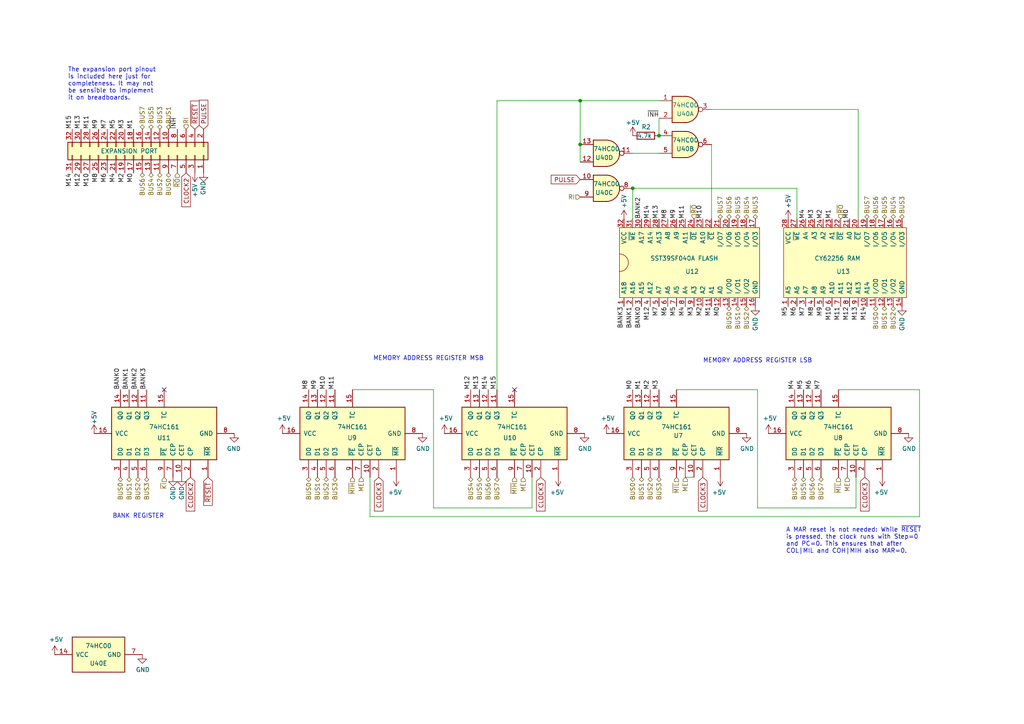
<source format=kicad_sch>
(kicad_sch (version 20211123) (generator eeschema)
  (paper "A4")
  (title_block (title "RAM, ROM and MAR") (date "2022-07-16") (rev "1.6") (comment 2 "creativecommons.org/licenses/by-nc-sa/3.0/deed.en") (comment 3 "License: CC BY-NC-SA 3.0") (comment 4 "Author: Carsten Herting (slu4)"))
  (lib_symbols
    (symbol "74xx:74HC00" (pin_names (offset 1.016))
      (property "Reference" "U" (at 0 1.27 0))
      (property "Value" "74HC00" (at 0 -1.27 0))
      (symbol "74HC00_1_1"
        (arc (start 0 -3.81) (mid 3.81 0) (end 0 3.81) (stroke (width 0.254)) (fill (type background)))
        (polyline (pts (xy 0 3.81) (xy -3.81 3.81) (xy -3.81 -3.81) (xy 0 -3.81)) (stroke (width 0.254)) (fill (type background)))
        (pin input line (at -7.62 2.54 0) (length 3.81) (name "~") (number "1"))
        (pin input line (at -7.62 -2.54 0) (length 3.81) (name "~") (number "2"))
        (pin output inverted (at 7.62 0 180) (length 3.81) (name "~") (number "3"))
      )
      (symbol "74HC00_1_2"
        (arc (start -3.81 -3.81) (mid -2.589 0) (end -3.81 3.81) (stroke (width 0.254)))
        (arc (start -0.6096 -3.81) (mid 2.1842 -2.5851) (end 3.81 0) (stroke (width 0.254)) (fill (type background)))
        (polyline (pts (xy -3.81 -3.81) (xy -0.635 -3.81)) (stroke (width 0.254)) (fill (type background)))
        (polyline (pts (xy -3.81 3.81) (xy -0.635 3.81)) (stroke (width 0.254)) (fill (type background)))
        (polyline (pts (xy -0.635 3.81) (xy -3.81 3.81) (xy -3.81 3.81) (xy -3.556 3.4036) (xy -3.0226 2.2606) (xy -2.6924 1.0414) (xy -2.6162 -0.254) (xy -2.7686 -1.4986) (xy -3.175 -2.7178) (xy -3.81 -3.81) (xy -3.81 -3.81) (xy -0.635 -3.81)) (stroke (width -25.4)) (fill (type background)))
        (arc (start 3.81 0) (mid 2.1915 2.5936) (end -0.6096 3.81) (stroke (width 0.254)) (fill (type background)))
        (pin input inverted (at -7.62 2.54 0) (length 4.318) (name "~") (number "1"))
        (pin input inverted (at -7.62 -2.54 0) (length 4.318) (name "~") (number "2"))
        (pin output line (at 7.62 0 180) (length 3.81) (name "~") (number "3"))
      )
      (symbol "74HC00_2_1"
        (arc (start 0 -3.81) (mid 3.81 0) (end 0 3.81) (stroke (width 0.254)) (fill (type background)))
        (polyline (pts (xy 0 3.81) (xy -3.81 3.81) (xy -3.81 -3.81) (xy 0 -3.81)) (stroke (width 0.254)) (fill (type background)))
        (pin input line (at -7.62 2.54 0) (length 3.81) (name "~") (number "4"))
        (pin input line (at -7.62 -2.54 0) (length 3.81) (name "~") (number "5"))
        (pin output inverted (at 7.62 0 180) (length 3.81) (name "~") (number "6"))
      )
      (symbol "74HC00_2_2"
        (arc (start -3.81 -3.81) (mid -2.589 0) (end -3.81 3.81) (stroke (width 0.254)))
        (arc (start -0.6096 -3.81) (mid 2.1842 -2.5851) (end 3.81 0) (stroke (width 0.254)) (fill (type background)))
        (polyline (pts (xy -3.81 -3.81) (xy -0.635 -3.81)) (stroke (width 0.254)) (fill (type background)))
        (polyline (pts (xy -3.81 3.81) (xy -0.635 3.81)) (stroke (width 0.254)) (fill (type background)))
        (polyline (pts (xy -0.635 3.81) (xy -3.81 3.81) (xy -3.81 3.81) (xy -3.556 3.4036) (xy -3.0226 2.2606) (xy -2.6924 1.0414) (xy -2.6162 -0.254) (xy -2.7686 -1.4986) (xy -3.175 -2.7178) (xy -3.81 -3.81) (xy -3.81 -3.81) (xy -0.635 -3.81)) (stroke (width -25.4)) (fill (type background)))
        (arc (start 3.81 0) (mid 2.1915 2.5936) (end -0.6096 3.81) (stroke (width 0.254)) (fill (type background)))
        (pin input inverted (at -7.62 2.54 0) (length 4.318) (name "~") (number "4"))
        (pin input inverted (at -7.62 -2.54 0) (length 4.318) (name "~") (number "5"))
        (pin output line (at 7.62 0 180) (length 3.81) (name "~") (number "6"))
      )
      (symbol "74HC00_3_1"
        (arc (start 0 -3.81) (mid 3.81 0) (end 0 3.81) (stroke (width 0.254)) (fill (type background)))
        (polyline (pts (xy 0 3.81) (xy -3.81 3.81) (xy -3.81 -3.81) (xy 0 -3.81)) (stroke (width 0.254)) (fill (type background)))
        (pin input line (at -7.62 -2.54 0) (length 3.81) (name "~") (number "10"))
        (pin output inverted (at 7.62 0 180) (length 3.81) (name "~") (number "8"))
        (pin input line (at -7.62 2.54 0) (length 3.81) (name "~") (number "9"))
      )
      (symbol "74HC00_3_2"
        (arc (start -3.81 -3.81) (mid -2.589 0) (end -3.81 3.81) (stroke (width 0.254)))
        (arc (start -0.6096 -3.81) (mid 2.1842 -2.5851) (end 3.81 0) (stroke (width 0.254)) (fill (type background)))
        (polyline (pts (xy -3.81 -3.81) (xy -0.635 -3.81)) (stroke (width 0.254)) (fill (type background)))
        (polyline (pts (xy -3.81 3.81) (xy -0.635 3.81)) (stroke (width 0.254)) (fill (type background)))
        (polyline (pts (xy -0.635 3.81) (xy -3.81 3.81) (xy -3.81 3.81) (xy -3.556 3.4036) (xy -3.0226 2.2606) (xy -2.6924 1.0414) (xy -2.6162 -0.254) (xy -2.7686 -1.4986) (xy -3.175 -2.7178) (xy -3.81 -3.81) (xy -3.81 -3.81) (xy -0.635 -3.81)) (stroke (width -25.4)) (fill (type background)))
        (arc (start 3.81 0) (mid 2.1915 2.5936) (end -0.6096 3.81) (stroke (width 0.254)) (fill (type background)))
        (pin input inverted (at -7.62 -2.54 0) (length 4.318) (name "~") (number "10"))
        (pin output line (at 7.62 0 180) (length 3.81) (name "~") (number "8"))
        (pin input inverted (at -7.62 2.54 0) (length 4.318) (name "~") (number "9"))
      )
      (symbol "74HC00_4_1"
        (arc (start 0 -3.81) (mid 3.81 0) (end 0 3.81) (stroke (width 0.254)) (fill (type background)))
        (polyline (pts (xy 0 3.81) (xy -3.81 3.81) (xy -3.81 -3.81) (xy 0 -3.81)) (stroke (width 0.254)) (fill (type background)))
        (pin output inverted (at 7.62 0 180) (length 3.81) (name "~") (number "11"))
        (pin input line (at -7.62 2.54 0) (length 3.81) (name "~") (number "12"))
        (pin input line (at -7.62 -2.54 0) (length 3.81) (name "~") (number "13"))
      )
      (symbol "74HC00_4_2"
        (arc (start -3.81 -3.81) (mid -2.589 0) (end -3.81 3.81) (stroke (width 0.254)))
        (arc (start -0.6096 -3.81) (mid 2.1842 -2.5851) (end 3.81 0) (stroke (width 0.254)) (fill (type background)))
        (polyline (pts (xy -3.81 -3.81) (xy -0.635 -3.81)) (stroke (width 0.254)) (fill (type background)))
        (polyline (pts (xy -3.81 3.81) (xy -0.635 3.81)) (stroke (width 0.254)) (fill (type background)))
        (polyline (pts (xy -0.635 3.81) (xy -3.81 3.81) (xy -3.81 3.81) (xy -3.556 3.4036) (xy -3.0226 2.2606) (xy -2.6924 1.0414) (xy -2.6162 -0.254) (xy -2.7686 -1.4986) (xy -3.175 -2.7178) (xy -3.81 -3.81) (xy -3.81 -3.81) (xy -0.635 -3.81)) (stroke (width -25.4)) (fill (type background)))
        (arc (start 3.81 0) (mid 2.1915 2.5936) (end -0.6096 3.81) (stroke (width 0.254)) (fill (type background)))
        (pin output line (at 7.62 0 180) (length 3.81) (name "~") (number "11"))
        (pin input inverted (at -7.62 2.54 0) (length 4.318) (name "~") (number "12"))
        (pin input inverted (at -7.62 -2.54 0) (length 4.318) (name "~") (number "13"))
      )
      (symbol "74HC00_5_0"
        (pin power_in line (at 0 12.7 270) (length 5.08) (name "VCC") (number "14"))
        (pin power_in line (at 0 -12.7 90) (length 5.08) (name "GND") (number "7"))
      )
      (symbol "74HC00_5_1"
        (rectangle (start -5.08 7.62) (end 5.08 -7.62) (stroke (width 0.254)) (fill (type background)))
      )
    )
    (symbol "8-Bit CPU 32k:74HC161" (pin_names (offset 1.016))
      (property "Reference" "U" (at -7.62 16.51 0))
      (property "Value" "74HC161" (at -7.62 -16.51 0))
      (symbol "74HC161_1_0"
        (pin input line (at -12.7 -12.7 0) (length 5.08) (name "~{MR}") (number "1"))
        (pin input line (at -12.7 -5.08 0) (length 5.08) (name "CET") (number "10"))
        (pin output line (at 12.7 5.08 180) (length 5.08) (name "Q3") (number "11"))
        (pin output line (at 12.7 7.62 180) (length 5.08) (name "Q2") (number "12"))
        (pin output line (at 12.7 10.16 180) (length 5.08) (name "Q1") (number "13"))
        (pin output line (at 12.7 12.7 180) (length 5.08) (name "Q0") (number "14"))
        (pin output line (at 12.7 0 180) (length 5.08) (name "TC") (number "15"))
        (pin power_in line (at 0 20.32 270) (length 5.08) (name "VCC") (number "16"))
        (pin input line (at -12.7 -7.62 0) (length 5.08) (name "CP") (number "2"))
        (pin input line (at -12.7 12.7 0) (length 5.08) (name "D0") (number "3"))
        (pin input line (at -12.7 10.16 0) (length 5.08) (name "D1") (number "4"))
        (pin input line (at -12.7 7.62 0) (length 5.08) (name "D2") (number "5"))
        (pin input line (at -12.7 5.08 0) (length 5.08) (name "D3") (number "6"))
        (pin input line (at -12.7 -2.54 0) (length 5.08) (name "CEP") (number "7"))
        (pin power_in line (at 0 -20.32 90) (length 5.08) (name "GND") (number "8"))
        (pin input line (at -12.7 0 0) (length 5.08) (name "~{PE}") (number "9"))
      )
      (symbol "74HC161_1_1"
        (rectangle (start -7.62 15.24) (end 7.62 -15.24) (stroke (width 0.254)) (fill (type background)))
      )
    )
    (symbol "8-Bit CPU 32k:CY62256" (pin_names (offset 1.016))
      (property "Reference" "U" (at -8.89 20.32 0))
      (property "Value" "CY62256" (at 5.08 -17.78 0))
      (symbol "CY62256_0_1"
        (rectangle (start -10.16 19.05) (end 10.16 -16.51) (fill (type background)))
      )
      (symbol "CY62256_1_1"
        (pin input line (at -12.7 17.78 0) (length 2.54) (name "A5") (number "1"))
        (pin input line (at -12.7 -5.08 0) (length 2.54) (name "A14") (number "10"))
        (pin bidirectional line (at -12.7 -7.62 0) (length 2.54) (name "I/O0") (number "11"))
        (pin bidirectional line (at -12.7 -10.16 0) (length 2.54) (name "I/O1") (number "12"))
        (pin bidirectional line (at -12.7 -12.7 0) (length 2.54) (name "I/O2") (number "13"))
        (pin power_in line (at -12.7 -15.24 0) (length 2.54) (name "GND") (number "14"))
        (pin bidirectional line (at 12.7 -15.24 180) (length 2.54) (name "I/O3") (number "15"))
        (pin bidirectional line (at 12.7 -12.7 180) (length 2.54) (name "I/O4") (number "16"))
        (pin bidirectional line (at 12.7 -10.16 180) (length 2.54) (name "I/O5") (number "17"))
        (pin bidirectional line (at 12.7 -7.62 180) (length 2.54) (name "I/O6") (number "18"))
        (pin bidirectional line (at 12.7 -5.08 180) (length 2.54) (name "I/O7") (number "19"))
        (pin input line (at -12.7 15.24 0) (length 2.54) (name "A6") (number "2"))
        (pin input line (at 12.7 -2.54 180) (length 2.54) (name "~{CE}") (number "20"))
        (pin input line (at 12.7 0 180) (length 2.54) (name "A0") (number "21"))
        (pin input line (at 12.7 2.54 180) (length 2.54) (name "~{OE}") (number "22"))
        (pin input line (at 12.7 5.08 180) (length 2.54) (name "A1") (number "23"))
        (pin input line (at 12.7 7.62 180) (length 2.54) (name "A2") (number "24"))
        (pin input line (at 12.7 10.16 180) (length 2.54) (name "A3") (number "25"))
        (pin input line (at 12.7 12.7 180) (length 2.54) (name "A4") (number "26"))
        (pin input line (at 12.7 15.24 180) (length 2.54) (name "~{WE}") (number "27"))
        (pin power_in line (at 12.7 17.78 180) (length 2.54) (name "VCC") (number "28"))
        (pin input line (at -12.7 12.7 0) (length 2.54) (name "A7") (number "3"))
        (pin input line (at -12.7 10.16 0) (length 2.54) (name "A8") (number "4"))
        (pin input line (at -12.7 7.62 0) (length 2.54) (name "A9") (number "5"))
        (pin input line (at -12.7 5.08 0) (length 2.54) (name "A10") (number "6"))
        (pin input line (at -12.7 2.54 0) (length 2.54) (name "A11") (number "7"))
        (pin input line (at -12.7 0 0) (length 2.54) (name "A12") (number "8"))
        (pin input line (at -12.7 -2.54 0) (length 2.54) (name "A13") (number "9"))
      )
    )
    (symbol "8-Bit CPU 32k:SST39SF040A" (pin_names (offset 1.016))
      (property "Reference" "U" (at -1.27 2.54 90))
      (property "Value" "SST39SF040A" (at 2.54 2.54 90))
      (symbol "SST39SF040A_0_1"
        (rectangle (start -10.16 24.13) (end 10.16 -16.51) (fill (type background)))
        (arc (start -2.54 24.13) (mid 0 21.59) (end 2.54 24.13))
      )
      (symbol "SST39SF040A_1_1"
        (pin input line (at -12.7 22.86 0) (length 2.54) (name "A18") (number "1"))
        (pin input line (at -12.7 0 0) (length 2.54) (name "A2") (number "10"))
        (pin input line (at -12.7 -2.54 0) (length 2.54) (name "A1") (number "11"))
        (pin input line (at -12.7 -5.08 0) (length 2.54) (name "A0") (number "12"))
        (pin bidirectional line (at -12.7 -7.62 0) (length 2.54) (name "I/O0") (number "13"))
        (pin bidirectional line (at -12.7 -10.16 0) (length 2.54) (name "I/O1") (number "14"))
        (pin bidirectional line (at -12.7 -12.7 0) (length 2.54) (name "I/O2") (number "15"))
        (pin power_in line (at -12.7 -15.24 0) (length 2.54) (name "GND") (number "16"))
        (pin bidirectional line (at 12.7 -15.24 180) (length 2.54) (name "I/O3") (number "17"))
        (pin bidirectional line (at 12.7 -12.7 180) (length 2.54) (name "I/O4") (number "18"))
        (pin bidirectional line (at 12.7 -10.16 180) (length 2.54) (name "I/O5") (number "19"))
        (pin input line (at -12.7 20.32 0) (length 2.54) (name "A16") (number "2"))
        (pin bidirectional line (at 12.7 -7.62 180) (length 2.54) (name "I/O6") (number "20"))
        (pin bidirectional line (at 12.7 -5.08 180) (length 2.54) (name "I/O7") (number "21"))
        (pin input line (at 12.7 -2.54 180) (length 2.54) (name "~{CE}") (number "22"))
        (pin input line (at 12.7 0 180) (length 2.54) (name "A10") (number "23"))
        (pin input line (at 12.7 2.54 180) (length 2.54) (name "~{OE}") (number "24"))
        (pin input line (at 12.7 5.08 180) (length 2.54) (name "A11") (number "25"))
        (pin input line (at 12.7 7.62 180) (length 2.54) (name "A9") (number "26"))
        (pin input line (at 12.7 10.16 180) (length 2.54) (name "A8") (number "27"))
        (pin input line (at 12.7 12.7 180) (length 2.54) (name "A13") (number "28"))
        (pin input line (at 12.7 15.24 180) (length 2.54) (name "A14") (number "29"))
        (pin input line (at -12.7 17.78 0) (length 2.54) (name "A15") (number "3"))
        (pin input line (at 12.7 17.78 180) (length 2.54) (name "A17") (number "30"))
        (pin input line (at 12.7 20.32 180) (length 2.54) (name "~{WE}") (number "31"))
        (pin power_in line (at 12.7 22.86 180) (length 2.54) (name "VCC") (number "32"))
        (pin input line (at -12.7 15.24 0) (length 2.54) (name "A12") (number "4"))
        (pin input line (at -12.7 12.7 0) (length 2.54) (name "A7") (number "5"))
        (pin input line (at -12.7 10.16 0) (length 2.54) (name "A6") (number "6"))
        (pin input line (at -12.7 7.62 0) (length 2.54) (name "A5") (number "7"))
        (pin input line (at -12.7 5.08 0) (length 2.54) (name "A4") (number "8"))
        (pin input line (at -12.7 2.54 0) (length 2.54) (name "A3") (number "9"))
      )
    )
    (symbol "Connector_Generic:Conn_02x16_Odd_Even" (pin_names (offset 1.016) hide)
      (property "Reference" "J" (at 1.27 20.32 0))
      (property "Value" "Conn_02x16_Odd_Even" (at 1.27 -22.86 0))
      (symbol "Conn_02x16_Odd_Even_1_1"
        (rectangle (start -1.27 -20.193) (end 0 -20.447) (stroke (width 0.1524)))
        (rectangle (start -1.27 -17.653) (end 0 -17.907) (stroke (width 0.1524)))
        (rectangle (start -1.27 -15.113) (end 0 -15.367) (stroke (width 0.1524)))
        (rectangle (start -1.27 -12.573) (end 0 -12.827) (stroke (width 0.1524)))
        (rectangle (start -1.27 -10.033) (end 0 -10.287) (stroke (width 0.1524)))
        (rectangle (start -1.27 -7.493) (end 0 -7.747) (stroke (width 0.1524)))
        (rectangle (start -1.27 -4.953) (end 0 -5.207) (stroke (width 0.1524)))
        (rectangle (start -1.27 -2.413) (end 0 -2.667) (stroke (width 0.1524)))
        (rectangle (start -1.27 0.127) (end 0 -0.127) (stroke (width 0.1524)))
        (rectangle (start -1.27 2.667) (end 0 2.413) (stroke (width 0.1524)))
        (rectangle (start -1.27 5.207) (end 0 4.953) (stroke (width 0.1524)))
        (rectangle (start -1.27 7.747) (end 0 7.493) (stroke (width 0.1524)))
        (rectangle (start -1.27 10.287) (end 0 10.033) (stroke (width 0.1524)))
        (rectangle (start -1.27 12.827) (end 0 12.573) (stroke (width 0.1524)))
        (rectangle (start -1.27 15.367) (end 0 15.113) (stroke (width 0.1524)))
        (rectangle (start -1.27 17.907) (end 0 17.653) (stroke (width 0.1524)))
        (rectangle (start -1.27 19.05) (end 3.81 -21.59) (stroke (width 0.254)) (fill (type background)))
        (rectangle (start 3.81 -20.193) (end 2.54 -20.447) (stroke (width 0.1524)))
        (rectangle (start 3.81 -17.653) (end 2.54 -17.907) (stroke (width 0.1524)))
        (rectangle (start 3.81 -15.113) (end 2.54 -15.367) (stroke (width 0.1524)))
        (rectangle (start 3.81 -12.573) (end 2.54 -12.827) (stroke (width 0.1524)))
        (rectangle (start 3.81 -10.033) (end 2.54 -10.287) (stroke (width 0.1524)))
        (rectangle (start 3.81 -7.493) (end 2.54 -7.747) (stroke (width 0.1524)))
        (rectangle (start 3.81 -4.953) (end 2.54 -5.207) (stroke (width 0.1524)))
        (rectangle (start 3.81 -2.413) (end 2.54 -2.667) (stroke (width 0.1524)))
        (rectangle (start 3.81 0.127) (end 2.54 -0.127) (stroke (width 0.1524)))
        (rectangle (start 3.81 2.667) (end 2.54 2.413) (stroke (width 0.1524)))
        (rectangle (start 3.81 5.207) (end 2.54 4.953) (stroke (width 0.1524)))
        (rectangle (start 3.81 7.747) (end 2.54 7.493) (stroke (width 0.1524)))
        (rectangle (start 3.81 10.287) (end 2.54 10.033) (stroke (width 0.1524)))
        (rectangle (start 3.81 12.827) (end 2.54 12.573) (stroke (width 0.1524)))
        (rectangle (start 3.81 15.367) (end 2.54 15.113) (stroke (width 0.1524)))
        (rectangle (start 3.81 17.907) (end 2.54 17.653) (stroke (width 0.1524)))
        (pin passive line (at -5.08 17.78 0) (length 3.81) (name "Pin_1") (number "1"))
        (pin passive line (at 7.62 7.62 180) (length 3.81) (name "Pin_10") (number "10"))
        (pin passive line (at -5.08 5.08 0) (length 3.81) (name "Pin_11") (number "11"))
        (pin passive line (at 7.62 5.08 180) (length 3.81) (name "Pin_12") (number "12"))
        (pin passive line (at -5.08 2.54 0) (length 3.81) (name "Pin_13") (number "13"))
        (pin passive line (at 7.62 2.54 180) (length 3.81) (name "Pin_14") (number "14"))
        (pin passive line (at -5.08 0 0) (length 3.81) (name "Pin_15") (number "15"))
        (pin passive line (at 7.62 0 180) (length 3.81) (name "Pin_16") (number "16"))
        (pin passive line (at -5.08 -2.54 0) (length 3.81) (name "Pin_17") (number "17"))
        (pin passive line (at 7.62 -2.54 180) (length 3.81) (name "Pin_18") (number "18"))
        (pin passive line (at -5.08 -5.08 0) (length 3.81) (name "Pin_19") (number "19"))
        (pin passive line (at 7.62 17.78 180) (length 3.81) (name "Pin_2") (number "2"))
        (pin passive line (at 7.62 -5.08 180) (length 3.81) (name "Pin_20") (number "20"))
        (pin passive line (at -5.08 -7.62 0) (length 3.81) (name "Pin_21") (number "21"))
        (pin passive line (at 7.62 -7.62 180) (length 3.81) (name "Pin_22") (number "22"))
        (pin passive line (at -5.08 -10.16 0) (length 3.81) (name "Pin_23") (number "23"))
        (pin passive line (at 7.62 -10.16 180) (length 3.81) (name "Pin_24") (number "24"))
        (pin passive line (at -5.08 -12.7 0) (length 3.81) (name "Pin_25") (number "25"))
        (pin passive line (at 7.62 -12.7 180) (length 3.81) (name "Pin_26") (number "26"))
        (pin passive line (at -5.08 -15.24 0) (length 3.81) (name "Pin_27") (number "27"))
        (pin passive line (at 7.62 -15.24 180) (length 3.81) (name "Pin_28") (number "28"))
        (pin passive line (at -5.08 -17.78 0) (length 3.81) (name "Pin_29") (number "29"))
        (pin passive line (at -5.08 15.24 0) (length 3.81) (name "Pin_3") (number "3"))
        (pin passive line (at 7.62 -17.78 180) (length 3.81) (name "Pin_30") (number "30"))
        (pin passive line (at -5.08 -20.32 0) (length 3.81) (name "Pin_31") (number "31"))
        (pin passive line (at 7.62 -20.32 180) (length 3.81) (name "Pin_32") (number "32"))
        (pin passive line (at 7.62 15.24 180) (length 3.81) (name "Pin_4") (number "4"))
        (pin passive line (at -5.08 12.7 0) (length 3.81) (name "Pin_5") (number "5"))
        (pin passive line (at 7.62 12.7 180) (length 3.81) (name "Pin_6") (number "6"))
        (pin passive line (at -5.08 10.16 0) (length 3.81) (name "Pin_7") (number "7"))
        (pin passive line (at 7.62 10.16 180) (length 3.81) (name "Pin_8") (number "8"))
        (pin passive line (at -5.08 7.62 0) (length 3.81) (name "Pin_9") (number "9"))
      )
    )
    (symbol "Device:R" (pin_numbers hide) (pin_names (offset 0))
      (property "Reference" "R" (at 2.032 0 90))
      (property "Value" "R" (at 0 0 90))
      (symbol "R_0_1"
        (rectangle (start -1.016 -2.54) (end 1.016 2.54) (stroke (width 0.254)))
      )
      (symbol "R_1_1"
        (pin passive line (at 0 3.81 270) (length 1.27) (name "~") (number "1"))
        (pin passive line (at 0 -3.81 90) (length 1.27) (name "~") (number "2"))
      )
    )
    (symbol "power:+5V" (power) (pin_names (offset 0))
      (property "Value" "+5V" (at 0 3.556 0))
      (symbol "+5V_0_1"
        (polyline (pts (xy -0.762 1.27) (xy 0 2.54)))
        (polyline (pts (xy 0 0) (xy 0 2.54)))
        (polyline (pts (xy 0 2.54) (xy 0.762 1.27)))
      )
      (symbol "+5V_1_1"
        (pin power_in line (at 0 0 90) (length 0) hide (name "+5V") (number "1"))
      )
    )
    (symbol "power:GND" (power) (pin_names (offset 0))
      (property "Value" "GND" (at 0 -3.81 0))
      (symbol "GND_0_1"
        (polyline (pts (xy 0 0) (xy 0 -1.27) (xy 1.27 -1.27) (xy 0 -2.54) (xy -1.27 -1.27) (xy 0 -1.27)))
      )
      (symbol "GND_1_1"
        (pin power_in line (at 0 0 270) (length 0) hide (name "GND") (number "1"))
      )
    )
  )
  (junction (at 183.515 54.61))
  (junction (at 191.135 39.37))
  (junction (at 168.275 29.21))
  (junction (at 168.275 41.91))
  (no_connect (at 47.625 113.03))
  (no_connect (at 149.225 113.03))
  (wire (pts (xy 196.215 113.03) (xy 219.71 113.03)))
  (wire (pts (xy 206.375 41.91) (xy 206.375 63.5)))
  (wire (pts (xy 248.92 63.5) (xy 248.92 31.75)))
  (wire (pts (xy 219.71 147.32) (xy 248.285 147.32)))
  (wire (pts (xy 191.135 29.21) (xy 168.275 29.21)))
  (wire (pts (xy 154.305 147.32) (xy 154.305 138.43)))
  (wire (pts (xy 191.135 34.29) (xy 191.135 39.37)))
  (wire (pts (xy 201.295 138.43) (xy 198.755 138.43)))
  (wire (pts (xy 183.515 44.45) (xy 191.135 44.45)))
  (wire (pts (xy 107.315 149.86) (xy 266.7 149.86)))
  (wire (pts (xy 107.315 138.43) (xy 107.315 149.86)))
  (wire (pts (xy 248.285 147.32) (xy 248.285 138.43)))
  (wire (pts (xy 168.275 29.21) (xy 144.145 29.21)))
  (wire (pts (xy 231.14 54.61) (xy 231.14 63.5)))
  (wire (pts (xy 219.71 113.03) (xy 219.71 147.32)))
  (wire (pts (xy 168.275 29.21) (xy 168.275 41.91)))
  (wire (pts (xy 125.73 113.03) (xy 125.73 147.32)))
  (wire (pts (xy 266.7 149.86) (xy 266.7 113.03)))
  (wire (pts (xy 206.375 31.75) (xy 248.92 31.75)))
  (wire (pts (xy 183.515 54.61) (xy 183.515 63.5)))
  (wire (pts (xy 102.235 113.03) (xy 125.73 113.03)))
  (wire (pts (xy 168.275 46.99) (xy 168.275 41.91)))
  (wire (pts (xy 144.145 29.21) (xy 144.145 113.03)))
  (wire (pts (xy 266.7 113.03) (xy 243.205 113.03)))
  (wire (pts (xy 125.73 147.32) (xy 154.305 147.32)))
  (wire (pts (xy 183.515 54.61) (xy 231.14 54.61)))
  (text "MEMORY ADDRESS REGISTER MSB" (at 140.335 104.775 180) (effects (font (size 1.27 1.27)) (justify right bottom)))
  (text "A MAR reset is not needed: While ~{RESET}\nis pressed, the clock runs with Step=0\nand PC=0. This ensures that after\nCOL|MIL and COH|MIH also MAR=0." (at 227.965 160.655 0) (effects (font (size 1.27 1.27)) (justify left bottom)))
  (text "MEMORY ADDRESS REGISTER LSB" (at 235.585 105.41 180) (effects (font (size 1.27 1.27)) (justify right bottom)))
  (text "BANK REGISTER" (at 47.625 150.495 180) (effects (font (size 1.27 1.27)) (justify right bottom)))
  (text "The expansion port pinout\nis included here just for\ncompleteness. It may not\nbe sensible to implement\nit on breadboards." (at 19.685 29.21 0) (effects (font (size 1.27 1.27)) (justify left bottom)))
  (label "M12" (at 136.525 113.03 90))
  (label "M9" (at 92.075 113.03 90))
  (label "M12" (at 246.38 88.9 270))
  (label "M11" (at 243.84 88.9 270))
  (label "M5" (at 196.215 88.9 270))
  (label "M0" (at 183.515 113.03 90))
  (label "BANK2" (at 186.055 63.5 90))
  (label "M13" (at 23.495 37.465 90))
  (label "M12" (at 188.595 88.9 270))
  (label "M8" (at 236.22 88.9 270))
  (label "M11" (at 26.035 37.465 90))
  (label "M3" (at 36.195 37.465 90))
  (label "M4" (at 33.655 50.165 270))
  (label "M1" (at 186.055 113.03 90))
  (label "M9" (at 238.76 88.9 270))
  (label "~{INH}" (at 191.135 34.29 180))
  (label "BANK0" (at 186.055 88.9 270))
  (label "M6" (at 193.675 88.9 270))
  (label "M8" (at 89.535 113.03 90))
  (label "M6" (at 235.585 113.03 90))
  (label "M6" (at 31.115 50.165 270))
  (label "M1" (at 206.375 88.9 270))
  (label "M7" (at 233.68 88.9 270))
  (label "BANK3" (at 42.545 113.03 90))
  (label "BANK1" (at 37.465 113.03 90))
  (label "M3" (at 191.135 113.03 90))
  (label "M15" (at 20.955 37.465 90))
  (label "BANK3" (at 180.975 88.9 270))
  (label "M14" (at 188.595 63.5 90))
  (label "M3" (at 236.22 63.5 90))
  (label "M0" (at 246.38 63.5 90))
  (label "M7" (at 31.115 37.465 90))
  (label "M8" (at 193.675 63.5 90))
  (label "M9" (at 28.575 37.465 90))
  (label "M2" (at 36.195 50.165 270))
  (label "M2" (at 238.76 63.5 90))
  (label "M4" (at 233.68 63.5 90))
  (label "M12" (at 23.495 50.165 270))
  (label "M13" (at 139.065 113.03 90))
  (label "M5" (at 233.045 113.03 90))
  (label "M5" (at 33.655 37.465 90))
  (label "M1" (at 241.3 63.5 90))
  (label "M0" (at 208.915 88.9 270))
  (label "M13" (at 191.135 63.5 90))
  (label "M10" (at 94.615 113.03 90))
  (label "M2" (at 203.835 88.9 270))
  (label "M9" (at 196.215 63.5 90))
  (label "M11" (at 97.155 113.03 90))
  (label "M5" (at 228.6 88.9 270))
  (label "BANK1" (at 183.515 88.9 270))
  (label "BANK2" (at 40.005 113.03 90))
  (label "M3" (at 201.295 88.9 270))
  (label "M10" (at 241.3 88.9 270))
  (label "M10" (at 26.035 50.165 270))
  (label "M4" (at 230.505 113.03 90))
  (label "BANK0" (at 34.925 113.03 90))
  (label "M14" (at 20.955 50.165 270))
  (label "M6" (at 231.14 88.9 270))
  (label "M1" (at 38.735 37.465 90))
  (label "M4" (at 198.755 88.9 270))
  (label "M7" (at 191.135 88.9 270))
  (label "M2" (at 188.595 113.03 90))
  (label "~{INH}" (at 51.435 37.465 90))
  (label "M7" (at 238.125 113.03 90))
  (label "M13" (at 248.92 88.9 270))
  (label "M15" (at 144.145 113.03 90))
  (label "M14" (at 251.46 88.9 270))
  (label "M14" (at 141.605 113.03 90))
  (label "M0" (at 38.735 50.165 270))
  (label "M11" (at 198.755 63.5 90))
  (label "M8" (at 28.575 50.165 270))
  (label "M10" (at 203.835 63.5 90))
  (global_label "CLOCK2" (shape input) (at 53.975 50.165 270) (property "Intersheet References" "${INTERSHEET_REFS}" (effects hide)))
  (global_label "CLOCK3" (shape input) (at 156.845 138.43 270) (property "Intersheet References" "${INTERSHEET_REFS}" (effects hide)))
  (global_label "PULSE" (shape input) (at 59.055 37.465 90) (property "Intersheet References" "${INTERSHEET_REFS}" (effects hide)))
  (global_label "PULSE" (shape input) (at 168.275 52.07 180) (property "Intersheet References" "${INTERSHEET_REFS}" (effects hide)))
  (global_label "~{RESET}" (shape input) (at 60.325 138.43 270) (property "Intersheet References" "${INTERSHEET_REFS}" (effects hide)))
  (global_label "CLOCK3" (shape input) (at 203.835 138.43 270) (property "Intersheet References" "${INTERSHEET_REFS}" (effects hide)))
  (global_label "CLOCK2" (shape input) (at 55.245 138.43 270) (property "Intersheet References" "${INTERSHEET_REFS}" (effects hide)))
  (global_label "~{RESET}" (shape input) (at 56.515 37.465 90) (property "Intersheet References" "${INTERSHEET_REFS}" (effects hide)))
  (global_label "CLOCK3" (shape input) (at 250.825 138.43 270) (property "Intersheet References" "${INTERSHEET_REFS}" (effects hide)))
  (global_label "CLOCK3" (shape input) (at 109.855 138.43 270) (property "Intersheet References" "${INTERSHEET_REFS}" (effects hide)))
  (hierarchical_label "BUS7" (shape bidirectional) (at 208.915 63.5 90))
  (hierarchical_label "BUS1" (shape bidirectional) (at 186.055 138.43 270))
  (hierarchical_label "BUS6" (shape bidirectional) (at 235.585 138.43 270))
  (hierarchical_label "BUS0" (shape bidirectional) (at 34.925 138.43 270))
  (hierarchical_label "BUS5" (shape bidirectional) (at 256.54 63.5 90))
  (hierarchical_label "BUS3" (shape bidirectional) (at 46.355 37.465 90))
  (hierarchical_label "~{KI}" (shape input) (at 47.625 138.43 270))
  (hierarchical_label "BUS1" (shape bidirectional) (at 213.995 88.9 270))
  (hierarchical_label "BUS7" (shape bidirectional) (at 251.46 63.5 90))
  (hierarchical_label "RI" (shape input) (at 53.975 37.465 90))
  (hierarchical_label "BUS3" (shape bidirectional) (at 261.62 63.5 90))
  (hierarchical_label "BUS4" (shape bidirectional) (at 259.08 63.5 90))
  (hierarchical_label "BUS2" (shape bidirectional) (at 188.595 138.43 270))
  (hierarchical_label "BUS0" (shape bidirectional) (at 89.535 138.43 270))
  (hierarchical_label "BUS2" (shape bidirectional) (at 46.355 50.165 270))
  (hierarchical_label "BUS4" (shape bidirectional) (at 216.535 63.5 90))
  (hierarchical_label "BUS6" (shape bidirectional) (at 254 63.5 90))
  (hierarchical_label "~{RO}" (shape input) (at 201.295 63.5 90))
  (hierarchical_label "~{MIL}" (shape input) (at 243.205 138.43 270))
  (hierarchical_label "BUS5" (shape bidirectional) (at 139.065 138.43 270))
  (hierarchical_label "BUS4" (shape bidirectional) (at 43.815 50.165 270))
  (hierarchical_label "BUS2" (shape bidirectional) (at 216.535 88.9 270))
  (hierarchical_label "BUS1" (shape bidirectional) (at 92.075 138.43 270))
  (hierarchical_label "BUS0" (shape bidirectional) (at 183.515 138.43 270))
  (hierarchical_label "RI" (shape input) (at 168.275 57.15 180))
  (hierarchical_label "BUS3" (shape bidirectional) (at 42.545 138.43 270))
  (hierarchical_label "BUS2" (shape bidirectional) (at 259.08 88.9 270))
  (hierarchical_label "ME" (shape input) (at 198.755 138.43 270))
  (hierarchical_label "BUS7" (shape bidirectional) (at 238.125 138.43 270))
  (hierarchical_label "~{MIL}" (shape input) (at 196.215 138.43 270))
  (hierarchical_label "ME" (shape input) (at 151.765 138.43 270))
  (hierarchical_label "BUS1" (shape bidirectional) (at 48.895 37.465 90))
  (hierarchical_label "BUS0" (shape bidirectional) (at 254 88.9 270))
  (hierarchical_label "BUS4" (shape bidirectional) (at 230.505 138.43 270))
  (hierarchical_label "BUS7" (shape bidirectional) (at 144.145 138.43 270))
  (hierarchical_label "BUS1" (shape bidirectional) (at 37.465 138.43 270))
  (hierarchical_label "BUS3" (shape bidirectional) (at 191.135 138.43 270))
  (hierarchical_label "ME" (shape input) (at 245.745 138.43 270))
  (hierarchical_label "BUS4" (shape bidirectional) (at 136.525 138.43 270))
  (hierarchical_label "~{MIH}" (shape input) (at 102.235 138.43 270))
  (hierarchical_label "~{RO}" (shape input) (at 51.435 50.165 270))
  (hierarchical_label "~{MIH}" (shape input) (at 149.225 138.43 270))
  (hierarchical_label "BUS3" (shape bidirectional) (at 97.155 138.43 270))
  (hierarchical_label "BUS2" (shape bidirectional) (at 40.005 138.43 270))
  (hierarchical_label "BUS3" (shape bidirectional) (at 219.075 63.5 90))
  (hierarchical_label "BUS0" (shape bidirectional) (at 211.455 88.9 270))
  (hierarchical_label "BUS6" (shape bidirectional) (at 211.455 63.5 90))
  (hierarchical_label "BUS5" (shape bidirectional) (at 213.995 63.5 90))
  (hierarchical_label "BUS2" (shape bidirectional) (at 94.615 138.43 270))
  (hierarchical_label "BUS0" (shape bidirectional) (at 48.895 50.165 270))
  (hierarchical_label "~{RO}" (shape input) (at 243.84 63.5 90))
  (hierarchical_label "BUS5" (shape bidirectional) (at 233.045 138.43 270))
  (hierarchical_label "BUS6" (shape bidirectional) (at 141.605 138.43 270))
  (hierarchical_label "BUS1" (shape bidirectional) (at 256.54 88.9 270))
  (hierarchical_label "BUS6" (shape bidirectional) (at 41.275 50.165 270))
  (hierarchical_label "ME" (shape input) (at 104.775 138.43 270))
  (hierarchical_label "BUS5" (shape bidirectional) (at 43.815 37.465 90))
  (hierarchical_label "BUS7" (shape bidirectional) (at 41.275 37.465 90))
  (symbol (lib_id "8-Bit CPU 32k:CY62256") (at 246.38 76.2 90) (unit 1)
    (property "Reference" "U13" (at 242.57 78.74 90) (effects (justify right)))
    (property "Value" "CY62256 RAM" (at 236.22 74.93 90) (effects (justify right)))
    (property "Footprint" "Package_DIP:DIP-28_W15.24mm" (effects hide))
  )
  (symbol (lib_id "power:+5V") (at 222.885 125.73 0) (unit 1)
    (property "Reference" "#PWR0109" (effects hide))
    (property "Value" "+5V" (at 223.266 121.3358 0))
  )
  (symbol (lib_id "power:GND") (at 263.525 125.73 0) (unit 1)
    (property "Reference" "#PWR0105" (effects hide))
    (property "Value" "GND" (at 263.652 130.1242 0))
  )
  (symbol (lib_id "power:GND") (at 216.535 125.73 0) (unit 1)
    (property "Reference" "#PWR0110" (effects hide))
    (property "Value" "GND" (at 216.662 130.1242 0))
  )
  (symbol (lib_id "power:+5V") (at 175.895 125.73 0) (unit 1)
    (property "Reference" "#PWR0114" (effects hide))
    (property "Value" "+5V" (at 176.276 121.3358 0))
  )
  (symbol (lib_id "power:+5V") (at 128.905 125.73 0) (unit 1)
    (property "Reference" "#PWR096" (effects hide))
    (property "Value" "+5V" (at 129.286 121.3358 0))
  )
  (symbol (lib_id "power:GND") (at 169.545 125.73 0) (unit 1)
    (property "Reference" "#PWR094" (effects hide))
    (property "Value" "GND" (at 169.672 130.1242 0))
  )
  (symbol (lib_id "power:GND") (at 122.555 125.73 0) (unit 1)
    (property "Reference" "#PWR097" (effects hide))
    (property "Value" "GND" (at 122.682 130.1242 0))
  )
  (symbol (lib_id "power:+5V") (at 81.915 125.73 0) (unit 1)
    (property "Reference" "#PWR0101" (effects hide))
    (property "Value" "+5V" (at 82.296 121.3358 0))
  )
  (symbol (lib_id "8-Bit CPU 32k:74HC161") (at 149.225 125.73 90) (unit 1)
    (property "Reference" "U10" (at 149.86 127 90) (effects (justify left)))
    (property "Value" "74HC161" (at 153.035 123.825 90) (effects (justify left)))
    (property "Footprint" "Package_DIP:DIP-16_W7.62mm" (effects hide))
    (property "Datasheet" "http://www.ti.com/lit/gpn/sn74LS161" (effects hide))
  )
  (symbol (lib_id "8-Bit CPU 32k:74HC161") (at 102.235 125.73 90) (unit 1)
    (property "Reference" "U9" (at 103.505 127 90) (effects (justify left)))
    (property "Value" "74HC161" (at 106.68 123.825 90) (effects (justify left)))
    (property "Footprint" "Package_DIP:DIP-16_W7.62mm" (effects hide))
    (property "Datasheet" "http://www.ti.com/lit/gpn/sn74LS161" (effects hide))
  )
  (symbol (lib_id "8-Bit CPU 32k:74HC161") (at 243.205 125.73 90) (unit 1)
    (property "Reference" "U8" (at 244.475 127 90) (effects (justify left)))
    (property "Value" "74HC161" (at 247.65 123.825 90) (effects (justify left)))
    (property "Footprint" "Package_DIP:DIP-16_W7.62mm" (effects hide))
    (property "Datasheet" "http://www.ti.com/lit/gpn/sn74LS161" (effects hide))
  )
  (symbol (lib_id "8-Bit CPU 32k:74HC161") (at 196.215 125.73 90) (unit 1)
    (property "Reference" "U7" (at 198.12 126.365 90) (effects (justify left)))
    (property "Value" "74HC161" (at 200.66 123.825 90) (effects (justify left)))
    (property "Footprint" "Package_DIP:DIP-16_W7.62mm" (effects hide))
    (property "Datasheet" "http://www.ti.com/lit/gpn/sn74LS161" (effects hide))
  )
  (symbol (lib_id "power:GND") (at 261.62 88.9 0) (unit 1)
    (property "Reference" "#PWR0113" (effects hide))
    (property "Value" "GND" (at 261.62 93.98 90))
  )
  (symbol (lib_id "power:+5V") (at 228.6 63.5 0) (unit 1)
    (property "Reference" "#PWR0111" (effects hide))
    (property "Value" "+5V" (at 228.6 58.42 90))
  )
  (symbol (lib_id "power:+5V") (at 180.975 63.5 0) (unit 1)
    (property "Reference" "#PWR0104" (effects hide))
    (property "Value" "+5V" (at 180.975 58.42 90))
  )
  (symbol (lib_id "power:GND") (at 219.075 88.9 0) (unit 1)
    (property "Reference" "#PWR0108" (effects hide))
    (property "Value" "GND" (at 219.075 93.98 90))
  )
  (symbol (lib_id "power:+5V") (at 114.935 138.43 180) (unit 1)
    (property "Reference" "#PWR098" (effects hide))
    (property "Value" "+5V" (at 114.554 142.8242 0))
  )
  (symbol (lib_id "power:+5V") (at 161.925 138.43 180) (unit 1)
    (property "Reference" "#PWR095" (effects hide))
    (property "Value" "+5V" (at 161.544 142.8242 0))
  )
  (symbol (lib_id "power:+5V") (at 255.905 138.43 180) (unit 1)
    (property "Reference" "#PWR0106" (effects hide))
    (property "Value" "+5V" (at 255.524 142.8242 0))
  )
  (symbol (lib_id "power:+5V") (at 208.915 138.43 180) (unit 1)
    (property "Reference" "#PWR0112" (effects hide))
    (property "Value" "+5V" (at 208.534 142.8242 0))
  )
  (symbol (lib_id "8-Bit CPU 32k:SST39SF040A") (at 203.835 76.2 90) (unit 1)
    (property "Reference" "U12" (at 198.755 78.74 90) (effects (justify right)))
    (property "Value" "SST39SF040A FLASH" (at 188.595 74.93 90) (effects (justify right)))
    (property "Footprint" "Package_DIP:DIP-32_W15.24mm_Socket" (effects hide))
  )
  (symbol (lib_id "power:GND") (at 50.165 138.43 0) (mirror y) (unit 1)
    (property "Reference" "#PWR0103" (effects hide))
    (property "Value" "GND" (at 50.165 140.97 90) (effects (justify right)))
  )
  (symbol (lib_id "power:GND") (at 67.945 125.73 0) (mirror y) (unit 1)
    (property "Reference" "#PWR099" (effects hide))
    (property "Value" "GND" (at 67.818 130.1242 0))
  )
  (symbol (lib_id "power:+5V") (at 27.305 125.73 0) (mirror y) (unit 1)
    (property "Reference" "#PWR0107" (effects hide))
    (property "Value" "+5V" (at 27.305 123.19 90) (effects (justify left)))
  )
  (symbol (lib_id "power:GND") (at 52.705 138.43 0) (mirror y) (unit 1)
    (property "Reference" "#PWR0102" (effects hide))
    (property "Value" "GND" (at 52.705 140.97 90) (effects (justify right)))
  )
  (symbol (lib_id "74xx:74HC00") (at 198.755 41.91 0) (unit 2)
    (property "Reference" "U40" (at 198.755 43.18 0))
    (property "Value" "74HC00" (at 198.755 40.64 0))
    (property "Footprint" "Package_DIP:DIP-14_W7.62mm" (effects hide))
    (property "Datasheet" "http://www.ti.com/lit/gpn/sn74hc00" (effects hide))
  )
  (symbol (lib_id "Connector_Generic:Conn_02x16_Odd_Even") (at 41.275 45.085 270) (mirror x) (unit 1)
    (property "Reference" "J2" (effects hide))
    (property "Value" "EXPANSION PORT" (at 37.465 43.815 90))
    (property "Footprint" "Connector_PinSocket_2.54mm:PinSocket_2x16_P2.54mm_Vertical" (effects hide))
  )
  (symbol (lib_id "74xx:74HC00") (at 175.895 44.45 0) (mirror x) (unit 4)
    (property "Reference" "U40" (at 175.26 45.72 0))
    (property "Value" "74HC00" (at 175.895 43.18 0))
    (property "Footprint" "Package_DIP:DIP-14_W7.62mm" (effects hide))
    (property "Datasheet" "http://www.ti.com/lit/gpn/sn74hc00" (effects hide))
  )
  (symbol (lib_id "8-Bit CPU 32k:74HC161") (at 47.625 125.73 90) (unit 1)
    (property "Reference" "U11" (at 49.53 127 90) (effects (justify left)))
    (property "Value" "74HC161" (at 52.07 123.825 90) (effects (justify left)))
    (property "Footprint" "Package_DIP:DIP-16_W7.62mm" (effects hide))
    (property "Datasheet" "http://www.ti.com/lit/gpn/sn74LS161" (effects hide))
  )
  (symbol (lib_id "power:+5V") (at 56.515 50.165 0) (mirror x) (unit 1)
    (property "Reference" "#PWR0158" (effects hide))
    (property "Value" "+5V" (at 56.515 55.245 90))
  )
  (symbol (lib_id "power:GND") (at 59.055 50.165 0) (mirror y) (unit 1)
    (property "Reference" "#PWR0161" (effects hide))
    (property "Value" "GND" (at 58.928 54.5592 90))
  )
  (symbol (lib_id "74xx:74HC00") (at 28.575 189.865 90) (mirror x) (unit 5)
    (property "Reference" "U40" (at 28.575 192.405 90))
    (property "Value" "74HC00" (at 28.575 187.325 90))
    (property "Footprint" "Package_DIP:DIP-14_W7.62mm" (effects hide))
    (property "Datasheet" "http://www.ti.com/lit/gpn/sn74hc00" (effects hide))
  )
  (symbol (lib_id "Device:R") (at 187.325 39.37 270) (mirror x) (unit 1)
    (property "Reference" "R2" (at 186.055 36.83 90) (effects (justify left)))
    (property "Value" "4.7k" (at 184.785 39.37 90) (effects (justify left)))
    (property "Footprint" "Resistor_THT:R_Axial_DIN0207_L6.3mm_D2.5mm_P7.62mm_Horizontal" (effects hide))
  )
  (symbol (lib_id "74xx:74HC00") (at 175.895 54.61 0) (mirror x) (unit 3)
    (property "Reference" "U40" (at 175.26 55.88 0))
    (property "Value" "74HC00" (at 175.895 53.34 0))
    (property "Footprint" "Package_DIP:DIP-14_W7.62mm" (effects hide))
    (property "Datasheet" "http://www.ti.com/lit/gpn/sn74hc00" (effects hide))
  )
  (symbol (lib_id "74xx:74HC00") (at 198.755 31.75 0) (unit 1)
    (property "Reference" "U40" (at 198.755 33.02 0))
    (property "Value" "74HC00" (at 198.755 30.48 0))
    (property "Footprint" "Package_DIP:DIP-14_W7.62mm" (effects hide))
    (property "Datasheet" "http://www.ti.com/lit/gpn/sn74hc00" (effects hide))
  )
  (symbol (lib_id "power:+5V") (at 183.515 39.37 0) (mirror y) (unit 1)
    (property "Reference" "#PWR0162" (effects hide))
    (property "Value" "+5V" (at 183.515 35.56 0))
  )
  (symbol (lib_id "power:+5V") (at 15.875 189.865 0) (unit 1)
    (property "Reference" "#PWR0167" (effects hide))
    (property "Value" "+5V" (at 16.256 185.4708 0))
  )
  (symbol (lib_id "power:GND") (at 41.275 189.865 0) (unit 1)
    (property "Reference" "#PWR0168" (effects hide))
    (property "Value" "GND" (at 41.402 194.2592 0))
  )
)
</source>
